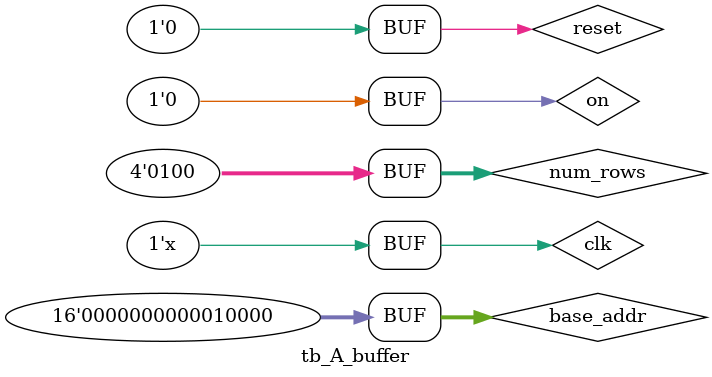
<source format=v>
`timescale 100ns/1ns

module tb_A_buffer #(
    parameter integer   RAM_SIZE    = 1<<16,
    parameter integer   ADDR_WIDTH  = $clog2(RAM_SIZE),
    parameter integer   ARRAY_N    = 8,
    parameter integer   ARRAY_M    = 8,
    parameter integer   ACT_WIDTH   = 8,
    parameter integer   IBUF_DATA_WIDTH =  ARRAY_N * ACT_WIDTH
);
   reg clk;
   reg reset;
   reg on;
   reg [ADDR_WIDTH-1:0]        base_addr;
   reg [$clog2(ARRAY_N) : 0]   num_rows;
   
   wire [IBUF_DATA_WIDTH-1:  0] act_data_set_out;
   
   A_buffer #(
    .RAM_SIZE(RAM_SIZE),
    .ADDR_WIDTH(ADDR_WIDTH),
    .ARRAY_N(ARRAY_N),
    .ARRAY_M(ARRAY_M),
    .ACT_WIDTH(ACT_WIDTH)
   ) a_buf (
        .clk(clk),
        .reset(reset),
        .on(on),
        .base_addr(base_addr),
        .num_rows(num_rows),
        
        .act_data_set_out(act_data_set_out)
   );
   
   initial begin
    clk = 1;
    reset = 1;
    on          = 0;
    base_addr   = 0;
    num_rows    = 0;
    # 1
    reset = 0;
    # 1
    
    on          = 1;
    base_addr   = 16;
    num_rows    = 4;
    
    # 16
    
    on          = 0;
    base_addr   = 16;
    num_rows    = 4;
    
   end;
   always #0.5 clk = !clk;
endmodule
</source>
